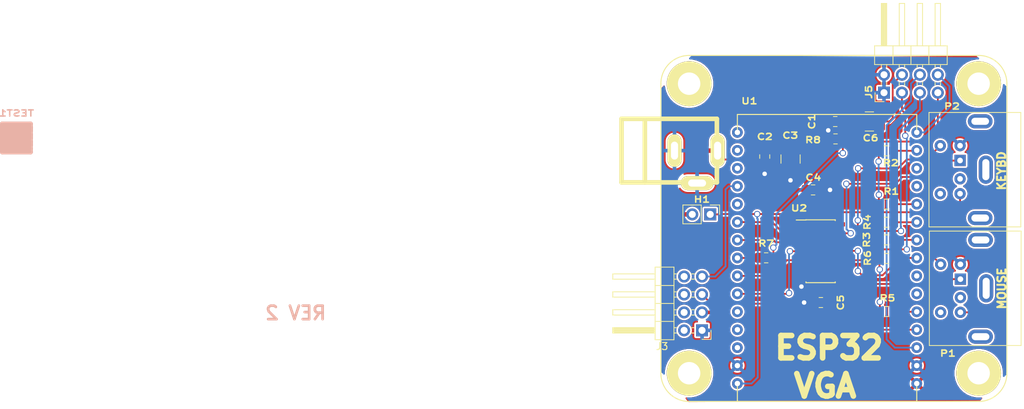
<source format=kicad_pcb>
(kicad_pcb (version 20171130) (host pcbnew "(5.1.5)-3")
  (title_block (title ESP32-VGA) (date 2020-02-19) (rev 2) (company land-boards.com))
  (layers (0 F.Cu signal) (31 B.Cu signal) (36 B.SilkS user hide) (37 F.SilkS user) (38 B.Mask user hide) (39 F.Mask user) (44 Edge.Cuts user))
  (net 0 "")
  (net 1 +5V)
  (net 2 GND)
  (net 3 +3V3)
  (net 4 /TX2)
  (net 5 "Net-(C1-Pad1)")
  (net 6 /HSYNC)
  (net 7 /VSYNC)
  (net 8 /REDHI)
  (net 9 /REDLO)
  (net 10 /GRNHI)
  (net 11 /GRNLO)
  (net 12 /BLUHI)
  (net 13 /BLULO)
  (net 14 /AUDIO)
  (net 15 /KBDAT)
  (net 16 /KBCLK)
  (net 17 /MSECLK)
  (net 18 /MSEDAT)
  (net 19 /RX2)
  (net 20 "Net-(C2-Pad1)")
  (net 21 "Net-(P1-Pad5)")
  (net 22 "Net-(P1-Pad1)")
  (net 23 "Net-(P2-Pad1)")
  (net 24 "Net-(P2-Pad5)")
  (net 25 /AOUT)
  (net 26 "Net-(J5-Pad3)")
  (net 27 "Net-(J5-Pad5)")
  (net 28 "Net-(J5-Pad7)")
  (module Package_SO:SOIC-14_3.9x8.7mm_P1.27mm (layer F.Cu) (at 132.3213 93.0783)
    (fp_text reference U2 (at -3.048 -6.096) (layer F.SilkS) (effects (font (size 0.8636 1.143) (thickness 0.254))))
    (fp_text value TXS0104EDR)
    (fp_line (start -2.075 -4.45) (end -2.075 -4.425) (layer F.SilkS) (width 0.15))
    (fp_line (start 2.075 -4.45) (end 2.075 -4.335) (layer F.SilkS) (width 0.15))
    (fp_line (start 2.075 4.45) (end 2.075 4.335) (layer F.SilkS) (width 0.15))
    (fp_line (start -2.075 4.45) (end -2.075 4.335) (layer F.SilkS) (width 0.15))
    (fp_line (start -2.075 -4.45) (end 2.075 -4.45) (layer F.SilkS) (width 0.15))
    (fp_line (start -2.075 4.45) (end 2.075 4.45) (layer F.SilkS) (width 0.15))
    (fp_line (start -2.075 -4.425) (end -3.45 -4.425) (layer F.SilkS) (width 0.15))
    (pad 1 smd rect (at -2.7 -3.81) (size 1.5 0.6) (layers F.Cu F.Paste F.Mask) (net 3 +3V3))
    (pad 2 smd rect (at -2.7 -2.54) (size 1.5 0.6) (layers F.Cu F.Paste F.Mask) (net 15 /KBDAT))
    (pad 3 smd rect (at -2.7 -1.27) (size 1.5 0.6) (layers F.Cu F.Paste F.Mask) (net 16 /KBCLK))
    (pad 4 smd rect (at -2.7 0) (size 1.5 0.6) (layers F.Cu F.Paste F.Mask) (net 18 /MSEDAT))
    (pad 5 smd rect (at -2.7 1.27) (size 1.5 0.6) (layers F.Cu F.Paste F.Mask) (net 17 /MSECLK))
    (pad 6 smd rect (at -2.7 2.54) (size 1.5 0.6) (layers F.Cu F.Paste F.Mask))
    (pad 7 smd rect (at -2.7 3.81) (size 1.5 0.6) (layers F.Cu F.Paste F.Mask) (net 2 GND))
    (pad 8 smd rect (at 2.7 3.81) (size 1.5 0.6) (layers F.Cu F.Paste F.Mask) (net 3 +3V3))
    (pad 9 smd rect (at 2.7 2.54) (size 1.5 0.6) (layers F.Cu F.Paste F.Mask))
    (pad 10 smd rect (at 2.7 1.27) (size 1.5 0.6) (layers F.Cu F.Paste F.Mask) (net 21 "Net-(P1-Pad5)"))
    (pad 11 smd rect (at 2.7 0) (size 1.5 0.6) (layers F.Cu F.Paste F.Mask) (net 22 "Net-(P1-Pad1)"))
    (pad 12 smd rect (at 2.7 -1.27) (size 1.5 0.6) (layers F.Cu F.Paste F.Mask) (net 24 "Net-(P2-Pad5)"))
    (pad 13 smd rect (at 2.7 -2.54) (size 1.5 0.6) (layers F.Cu F.Paste F.Mask) (net 23 "Net-(P2-Pad1)"))
    (pad 14 smd rect (at 2.7 -3.81) (size 1.5 0.6) (layers F.Cu F.Paste F.Mask) (net 1 +5V))
  )
  (module LandBoards_BoardOutlines:BD-49X49 (layer F.Cu) (at 109.7026 114.3508)
    (fp_text reference BRD1 hide)
    (fp_text value COUPON hide)
    (fp_line (start 4 0) (end 45 0) (layer F.SilkS) (width 0.15))
    (fp_line (start 0 -45) (end 0 -4) (layer F.SilkS) (width 0.15))
    (fp_line (start 45 -49) (end 4 -49) (layer F.SilkS) (width 0.15))
    (fp_line (start 49 -4) (end 49 -45) (layer F.SilkS) (width 0.15))
    (fp_arc (start 4 -4) (end 4 0) (angle 90) (layer F.SilkS) (width 0.15))
    (fp_arc (start 45 -4) (end 49 -4) (angle 90) (layer F.SilkS) (width 0.15))
    (fp_arc (start 45 -45) (end 45 -49) (angle 90) (layer F.SilkS) (width 0.15))
    (fp_arc (start 4 -45) (end 0 -45) (angle 90) (layer F.SilkS) (width 0.15))
    (pad 1 thru_hole circle (at 4 -45) (size 6.35 6.35) (drill 3.175) (layers *.Cu *.Mask F.SilkS))
    (pad 2 thru_hole circle (at 45 -45) (size 6.35 6.35) (drill 3.175) (layers *.Cu *.Mask F.SilkS))
    (pad 3 thru_hole circle (at 4 -4) (size 6.35 6.35) (drill 3.175) (layers *.Cu *.Mask F.SilkS))
    (pad 4 thru_hole circle (at 45 -4) (size 6.35 6.35) (drill 3.175) (layers *.Cu *.Mask F.SilkS))
  )
  (module Connector_PinHeader_2.54mm:PinHeader_2x04_P2.54mm_Horizontal (layer F.Cu) (at 141.3002 70.6247 90)
    (fp_text reference J5 (at 0.1016 -2.1463 90) (layer F.SilkS) (effects (font (size 0.8636 1.143) (thickness 0.254))))
    (fp_text value Conn_02x04_Odd_Even)
    (fp_line (start 3.98 -1.33) (end 3.98 8.95) (layer F.SilkS) (width 0.12))
    (fp_line (start 3.98 8.95) (end 6.64 8.95) (layer F.SilkS) (width 0.12))
    (fp_line (start 6.64 8.95) (end 6.64 -1.33) (layer F.SilkS) (width 0.12))
    (fp_line (start 6.64 -1.33) (end 3.98 -1.33) (layer F.SilkS) (width 0.12))
    (fp_line (start 6.64 -0.38) (end 12.64 -0.38) (layer F.SilkS) (width 0.12))
    (fp_line (start 12.64 -0.38) (end 12.64 0.38) (layer F.SilkS) (width 0.12))
    (fp_line (start 12.64 0.38) (end 6.64 0.38) (layer F.SilkS) (width 0.12))
    (fp_line (start 6.64 -0.32) (end 12.64 -0.32) (layer F.SilkS) (width 0.12))
    (fp_line (start 6.64 -0.2) (end 12.64 -0.2) (layer F.SilkS) (width 0.12))
    (fp_line (start 6.64 -0.08) (end 12.64 -0.08) (layer F.SilkS) (width 0.12))
    (fp_line (start 6.64 0.04) (end 12.64 0.04) (layer F.SilkS) (width 0.12))
    (fp_line (start 6.64 0.16) (end 12.64 0.16) (layer F.SilkS) (width 0.12))
    (fp_line (start 6.64 0.28) (end 12.64 0.28) (layer F.SilkS) (width 0.12))
    (fp_line (start 3.582929 -0.38) (end 3.98 -0.38) (layer F.SilkS) (width 0.12))
    (fp_line (start 3.582929 0.38) (end 3.98 0.38) (layer F.SilkS) (width 0.12))
    (fp_line (start 1.11 -0.38) (end 1.497071 -0.38) (layer F.SilkS) (width 0.12))
    (fp_line (start 1.11 0.38) (end 1.497071 0.38) (layer F.SilkS) (width 0.12))
    (fp_line (start 3.98 1.27) (end 6.64 1.27) (layer F.SilkS) (width 0.12))
    (fp_line (start 6.64 2.16) (end 12.64 2.16) (layer F.SilkS) (width 0.12))
    (fp_line (start 12.64 2.16) (end 12.64 2.92) (layer F.SilkS) (width 0.12))
    (fp_line (start 12.64 2.92) (end 6.64 2.92) (layer F.SilkS) (width 0.12))
    (fp_line (start 3.582929 2.16) (end 3.98 2.16) (layer F.SilkS) (width 0.12))
    (fp_line (start 3.582929 2.92) (end 3.98 2.92) (layer F.SilkS) (width 0.12))
    (fp_line (start 1.042929 2.16) (end 1.497071 2.16) (layer F.SilkS) (width 0.12))
    (fp_line (start 1.042929 2.92) (end 1.497071 2.92) (layer F.SilkS) (width 0.12))
    (fp_line (start 3.98 3.81) (end 6.64 3.81) (layer F.SilkS) (width 0.12))
    (fp_line (start 6.64 4.7) (end 12.64 4.7) (layer F.SilkS) (width 0.12))
    (fp_line (start 12.64 4.7) (end 12.64 5.46) (layer F.SilkS) (width 0.12))
    (fp_line (start 12.64 5.46) (end 6.64 5.46) (layer F.SilkS) (width 0.12))
    (fp_line (start 3.582929 4.7) (end 3.98 4.7) (layer F.SilkS) (width 0.12))
    (fp_line (start 3.582929 5.46) (end 3.98 5.46) (layer F.SilkS) (width 0.12))
    (fp_line (start 1.042929 4.7) (end 1.497071 4.7) (layer F.SilkS) (width 0.12))
    (fp_line (start 1.042929 5.46) (end 1.497071 5.46) (layer F.SilkS) (width 0.12))
    (fp_line (start 3.98 6.35) (end 6.64 6.35) (layer F.SilkS) (width 0.12))
    (fp_line (start 6.64 7.24) (end 12.64 7.24) (layer F.SilkS) (width 0.12))
    (fp_line (start 12.64 7.24) (end 12.64 8) (layer F.SilkS) (width 0.12))
    (fp_line (start 12.64 8) (end 6.64 8) (layer F.SilkS) (width 0.12))
    (fp_line (start 3.582929 7.24) (end 3.98 7.24) (layer F.SilkS) (width 0.12))
    (fp_line (start 3.582929 8) (end 3.98 8) (layer F.SilkS) (width 0.12))
    (fp_line (start 1.042929 7.24) (end 1.497071 7.24) (layer F.SilkS) (width 0.12))
    (fp_line (start 1.042929 8) (end 1.497071 8) (layer F.SilkS) (width 0.12))
    (fp_line (start -1.27 0) (end -1.27 -1.27) (layer F.SilkS) (width 0.12))
    (fp_line (start -1.27 -1.27) (end 0 -1.27) (layer F.SilkS) (width 0.12))
    (pad 1 thru_hole rect (at 0 0 90) (size 1.7 1.7) (drill 1) (layers *.Cu *.Mask) (net 2 GND))
    (pad 2 thru_hole oval (at 2.54 0 90) (size 1.7 1.7) (drill 1) (layers *.Cu *.Mask) (net 2 GND))
    (pad 3 thru_hole oval (at 0 2.54 90) (size 1.7 1.7) (drill 1) (layers *.Cu *.Mask) (net 26 "Net-(J5-Pad3)"))
    (pad 4 thru_hole oval (at 2.54 2.54 90) (size 1.7 1.7) (drill 1) (layers *.Cu *.Mask) (net 25 /AOUT))
    (pad 5 thru_hole oval (at 0 5.08 90) (size 1.7 1.7) (drill 1) (layers *.Cu *.Mask) (net 27 "Net-(J5-Pad5)"))
    (pad 6 thru_hole oval (at 2.54 5.08 90) (size 1.7 1.7) (drill 1) (layers *.Cu *.Mask) (net 7 /VSYNC))
    (pad 7 thru_hole oval (at 0 7.62 90) (size 1.7 1.7) (drill 1) (layers *.Cu *.Mask) (net 28 "Net-(J5-Pad7)"))
    (pad 8 thru_hole oval (at 2.54 7.62 90) (size 1.7 1.7) (drill 1) (layers *.Cu *.Mask) (net 6 /HSYNC))
  )
  (module Resistor_SMD:R_0805_2012Metric_Pad1.15x1.40mm_HandSolder (layer F.Cu) (at 124.6124 94.0054 180)
    (fp_text reference R7 (at 0 2.032 180) (layer F.SilkS) (effects (font (size 0.8636 1.143) (thickness 0.254))))
    (fp_text value 270)
    (fp_line (start -0.261252 -0.71) (end 0.261252 -0.71) (layer F.SilkS) (width 0.12))
    (fp_line (start -0.261252 0.71) (end 0.261252 0.71) (layer F.SilkS) (width 0.12))
    (pad 1 smd roundrect (at -1.025 0 180) (size 1.15 1.4) (layers F.Cu F.Paste F.Mask) (roundrect_rratio 0.217391) (net 5 "Net-(C1-Pad1)"))
    (pad 2 smd roundrect (at 1.025 0 180) (size 1.15 1.4) (layers F.Cu F.Paste F.Mask) (roundrect_rratio 0.217391) (net 14 /AUDIO))
  )
  (module LandBoards_BoardOutlines:ESP32_EXP (layer F.Cu) (at 133.2357 111.8108 180)
    (fp_text reference U1 (at 11 40 180) (layer F.SilkS) (effects (font (size 0.8636 1.143) (thickness 0.254))))
    (fp_text value "ESP32 MODULE")
    (fp_line (start -12.7 -2.54) (end 12.7 -2.54) (layer F.SilkS) (width 0.15))
    (fp_line (start 12.7 -2.54) (end 12.7 0) (layer F.SilkS) (width 0.15))
    (fp_line (start -12.7 -2.54) (end -12.7 0) (layer F.SilkS) (width 0.15))
    (fp_line (start -12.7 35.56) (end -12.7 38.1) (layer F.SilkS) (width 0.15))
    (fp_line (start -12.7 38.1) (end 12.7 38.1) (layer F.SilkS) (width 0.15))
    (fp_line (start 12.7 38.1) (end 12.7 35.56) (layer F.SilkS) (width 0.15))
    (pad 1 thru_hole circle (at -12.7 0 180) (size 1.524 1.524) (drill 0.762) (layers *.Cu *.Mask) (net 3 +3V3))
    (pad 2 thru_hole circle (at -12.7 2.54 180) (size 1.524 1.524) (drill 0.762) (layers *.Cu *.Mask) (net 2 GND))
    (pad 3 thru_hole circle (at -12.7 5.08 180) (size 1.524 1.524) (drill 0.762) (layers *.Cu *.Mask) (net 7 /VSYNC))
    (pad 4 thru_hole circle (at -12.7 7.62 180) (size 1.524 1.524) (drill 0.762) (layers *.Cu *.Mask) (net 4 /TX2))
    (pad 5 thru_hole circle (at -12.7 10.16 180) (size 1.524 1.524) (drill 0.762) (layers *.Cu *.Mask) (net 12 /BLUHI))
    (pad 6 thru_hole circle (at -12.7 12.7 180) (size 1.524 1.524) (drill 0.762) (layers *.Cu *.Mask))
    (pad 7 thru_hole circle (at -12.7 15.24 180) (size 1.524 1.524) (drill 0.762) (layers *.Cu *.Mask))
    (pad 8 thru_hole circle (at -12.7 17.78 180) (size 1.524 1.524) (drill 0.762) (layers *.Cu *.Mask) (net 13 /BLULO))
    (pad 9 thru_hole circle (at -12.7 20.32 180) (size 1.524 1.524) (drill 0.762) (layers *.Cu *.Mask) (net 10 /GRNHI))
    (pad 10 thru_hole circle (at -12.7 22.86 180) (size 1.524 1.524) (drill 0.762) (layers *.Cu *.Mask) (net 11 /GRNLO))
    (pad 11 thru_hole circle (at -12.7 25.4 180) (size 1.524 1.524) (drill 0.762) (layers *.Cu *.Mask) (net 8 /REDHI))
    (pad 12 thru_hole circle (at -12.7 27.94 180) (size 1.524 1.524) (drill 0.762) (layers *.Cu *.Mask))
    (pad 13 thru_hole circle (at -12.7 30.48 180) (size 1.524 1.524) (drill 0.762) (layers *.Cu *.Mask))
    (pad 14 thru_hole circle (at -12.7 33.02 180) (size 1.524 1.524) (drill 0.762) (layers *.Cu *.Mask) (net 9 /REDLO))
    (pad 15 thru_hole circle (at -12.7 35.56 180) (size 1.524 1.524) (drill 0.762) (layers *.Cu *.Mask) (net 6 /HSYNC))
    (pad 16 thru_hole circle (at 12.7 35.56 180) (size 1.524 1.524) (drill 0.762) (layers *.Cu *.Mask))
    (pad 17 thru_hole circle (at 12.7 33.02 180) (size 1.524 1.524) (drill 0.762) (layers *.Cu *.Mask))
    (pad 18 thru_hole circle (at 12.7 30.48 180) (size 1.524 1.524) (drill 0.762) (layers *.Cu *.Mask))
    (pad 19 thru_hole circle (at 12.7 27.94 180) (size 1.524 1.524) (drill 0.762) (layers *.Cu *.Mask) (net 19 /RX2))
    (pad 20 thru_hole circle (at 12.7 25.4 180) (size 1.524 1.524) (drill 0.762) (layers *.Cu *.Mask))
    (pad 21 thru_hole circle (at 12.7 22.86 180) (size 1.524 1.524) (drill 0.762) (layers *.Cu *.Mask) (net 15 /KBDAT))
    (pad 22 thru_hole circle (at 12.7 20.32 180) (size 1.524 1.524) (drill 0.762) (layers *.Cu *.Mask) (net 16 /KBCLK))
    (pad 23 thru_hole circle (at 12.7 17.78 180) (size 1.524 1.524) (drill 0.762) (layers *.Cu *.Mask) (net 14 /AUDIO))
    (pad 24 thru_hole circle (at 12.7 15.24 180) (size 1.524 1.524) (drill 0.762) (layers *.Cu *.Mask) (net 17 /MSECLK))
    (pad 25 thru_hole circle (at 12.7 12.7 180) (size 1.524 1.524) (drill 0.762) (layers *.Cu *.Mask) (net 18 /MSEDAT))
    (pad 26 thru_hole circle (at 12.7 10.16 180) (size 1.524 1.524) (drill 0.762) (layers *.Cu *.Mask))
    (pad 27 thru_hole circle (at 12.7 7.62 180) (size 1.524 1.524) (drill 0.762) (layers *.Cu *.Mask))
    (pad 28 thru_hole circle (at 12.7 5.08 180) (size 1.524 1.524) (drill 0.762) (layers *.Cu *.Mask))
    (pad 29 thru_hole circle (at 12.7 2.54 180) (size 1.524 1.524) (drill 0.762) (layers *.Cu *.Mask) (net 2 GND))
    (pad 30 thru_hole circle (at 12.7 0 180) (size 1.524 1.524) (drill 0.762) (layers *.Cu *.Mask) (net 1 +5V))
  )
  (module Resistor_SMD:R_0805_2012Metric_Pad1.15x1.40mm_HandSolder (layer F.Cu) (at 141.5923 86.4108)
    (fp_text reference R1 (at 0.7366 -1.8034 180) (layer F.SilkS) (effects (font (size 0.8636 1.143) (thickness 0.254))))
    (fp_text value 422)
    (fp_line (start -0.261252 -0.71) (end 0.261252 -0.71) (layer F.SilkS) (width 0.12))
    (fp_line (start -0.261252 0.71) (end 0.261252 0.71) (layer F.SilkS) (width 0.12))
    (pad 1 smd roundrect (at -1.025 0) (size 1.15 1.4) (layers F.Cu F.Paste F.Mask) (roundrect_rratio 0.217391) (net 28 "Net-(J5-Pad7)"))
    (pad 2 smd roundrect (at 1.025 0) (size 1.15 1.4) (layers F.Cu F.Paste F.Mask) (roundrect_rratio 0.217391) (net 8 /REDHI))
  )
  (module Resistor_SMD:R_0805_2012Metric_Pad1.15x1.40mm_HandSolder (layer F.Cu) (at 141.5796 78.8543)
    (fp_text reference R2 (at 0.6731 1.7272 180) (layer F.SilkS) (effects (font (size 0.8636 1.143) (thickness 0.254))))
    (fp_text value 845)
    (fp_line (start -0.261252 0.71) (end 0.261252 0.71) (layer F.SilkS) (width 0.12))
    (fp_line (start -0.261252 -0.71) (end 0.261252 -0.71) (layer F.SilkS) (width 0.12))
    (pad 2 smd roundrect (at 1.025 0) (size 1.15 1.4) (layers F.Cu F.Paste F.Mask) (roundrect_rratio 0.217391) (net 9 /REDLO))
    (pad 1 smd roundrect (at -1.025 0) (size 1.15 1.4) (layers F.Cu F.Paste F.Mask) (roundrect_rratio 0.217391) (net 28 "Net-(J5-Pad7)"))
  )
  (module Resistor_SMD:R_0805_2012Metric_Pad1.15x1.40mm_HandSolder (layer F.Cu) (at 141.5923 91.4654)
    (fp_text reference R3 (at -2.7432 0 270) (layer F.SilkS) (effects (font (size 0.8636 1.143) (thickness 0.254))))
    (fp_text value 422)
    (fp_line (start -0.261252 -0.71) (end 0.261252 -0.71) (layer F.SilkS) (width 0.12))
    (fp_line (start -0.261252 0.71) (end 0.261252 0.71) (layer F.SilkS) (width 0.12))
    (pad 1 smd roundrect (at -1.025 0) (size 1.15 1.4) (layers F.Cu F.Paste F.Mask) (roundrect_rratio 0.217391) (net 27 "Net-(J5-Pad5)"))
    (pad 2 smd roundrect (at 1.025 0) (size 1.15 1.4) (layers F.Cu F.Paste F.Mask) (roundrect_rratio 0.217391) (net 10 /GRNHI))
  )
  (module Resistor_SMD:R_0805_2012Metric_Pad1.15x1.40mm_HandSolder (layer F.Cu) (at 141.5923 88.9762)
    (fp_text reference R4 (at -2.6543 -0.0127 270) (layer F.SilkS) (effects (font (size 0.8636 1.143) (thickness 0.254))))
    (fp_text value 845)
    (fp_line (start -0.261252 0.71) (end 0.261252 0.71) (layer F.SilkS) (width 0.12))
    (fp_line (start -0.261252 -0.71) (end 0.261252 -0.71) (layer F.SilkS) (width 0.12))
    (pad 2 smd roundrect (at 1.025 0) (size 1.15 1.4) (layers F.Cu F.Paste F.Mask) (roundrect_rratio 0.217391) (net 11 /GRNLO))
    (pad 1 smd roundrect (at -1.025 0) (size 1.15 1.4) (layers F.Cu F.Paste F.Mask) (roundrect_rratio 0.217391) (net 27 "Net-(J5-Pad5)"))
  )
  (module Resistor_SMD:R_0805_2012Metric_Pad1.15x1.40mm_HandSolder (layer F.Cu) (at 141.6939 101.6127)
    (fp_text reference R5 (at 0.0889 -1.8923 180) (layer F.SilkS) (effects (font (size 0.8636 1.143) (thickness 0.254))))
    (fp_text value 422)
    (fp_line (start -0.261252 0.71) (end 0.261252 0.71) (layer F.SilkS) (width 0.12))
    (fp_line (start -0.261252 -0.71) (end 0.261252 -0.71) (layer F.SilkS) (width 0.12))
    (pad 2 smd roundrect (at 1.025 0) (size 1.15 1.4) (layers F.Cu F.Paste F.Mask) (roundrect_rratio 0.217391) (net 12 /BLUHI))
    (pad 1 smd roundrect (at -1.025 0) (size 1.15 1.4) (layers F.Cu F.Paste F.Mask) (roundrect_rratio 0.217391) (net 26 "Net-(J5-Pad3)"))
  )
  (module Resistor_SMD:R_0805_2012Metric_Pad1.15x1.40mm_HandSolder (layer F.Cu) (at 141.6812 94.107)
    (fp_text reference R6 (at -2.7051 -0.0635 270) (layer F.SilkS) (effects (font (size 0.8636 1.143) (thickness 0.254))))
    (fp_text value 845)
    (fp_line (start -0.261252 -0.71) (end 0.261252 -0.71) (layer F.SilkS) (width 0.12))
    (fp_line (start -0.261252 0.71) (end 0.261252 0.71) (layer F.SilkS) (width 0.12))
    (pad 1 smd roundrect (at -1.025 0) (size 1.15 1.4) (layers F.Cu F.Paste F.Mask) (roundrect_rratio 0.217391) (net 26 "Net-(J5-Pad3)"))
    (pad 2 smd roundrect (at 1.025 0) (size 1.15 1.4) (layers F.Cu F.Paste F.Mask) (roundrect_rratio 0.217391) (net 13 /BLULO))
  )
  (module Resistor_SMD:R_0805_2012Metric_Pad1.15x1.40mm_HandSolder (layer F.Cu) (at 134.4295 77.1652)
    (fp_text reference R8 (at -3.1877 0.1524) (layer F.SilkS) (effects (font (size 0.8636 1.143) (thickness 0.254))))
    (fp_text value 150)
    (fp_line (start -0.261252 0.71) (end 0.261252 0.71) (layer F.SilkS) (width 0.12))
    (fp_line (start -0.261252 -0.71) (end 0.261252 -0.71) (layer F.SilkS) (width 0.12))
    (pad 2 smd roundrect (at 1.025 0) (size 1.15 1.4) (layers F.Cu F.Paste F.Mask) (roundrect_rratio 0.217391) (net 5 "Net-(C1-Pad1)"))
    (pad 1 smd roundrect (at -1.025 0) (size 1.15 1.4) (layers F.Cu F.Paste F.Mask) (roundrect_rratio 0.217391) (net 2 GND))
  )
  (module LandBoards_Marking:TEST_BLK-REAR (layer F.Cu) (at 18.4404 77.0382)
    (fp_text reference TEST1 (at 0 -3.5) (layer B.SilkS) (effects (font (size 0.8636 1.143) (thickness 0.254)) (justify mirror)))
    (fp_text value COUPON hide)
    (fp_line (start -2 -2) (end 2 -2) (layer B.SilkS) (width 0.65))
    (fp_line (start 2 -2) (end 2 2) (layer B.SilkS) (width 0.65))
    (fp_line (start 2 2) (end -2 2) (layer B.SilkS) (width 0.65))
    (fp_line (start -2 2) (end -2 -2) (layer B.SilkS) (width 0.65))
    (fp_line (start -2 -2) (end -2 -1.5) (layer B.SilkS) (width 0.65))
    (fp_line (start -2 -1.5) (end 2 -1.5) (layer B.SilkS) (width 0.65))
    (fp_line (start 2 -1.5) (end 2 -1) (layer B.SilkS) (width 0.65))
    (fp_line (start 2 -1) (end -2 -1) (layer B.SilkS) (width 0.65))
    (fp_line (start -2 -1) (end -2 -0.5) (layer B.SilkS) (width 0.65))
    (fp_line (start -2 -0.5) (end 2 -0.5) (layer B.SilkS) (width 0.65))
    (fp_line (start 2 -0.5) (end 2 0) (layer B.SilkS) (width 0.65))
    (fp_line (start 2 0) (end -2 0) (layer B.SilkS) (width 0.65))
    (fp_line (start -2 0) (end -2 0.5) (layer B.SilkS) (width 0.65))
    (fp_line (start -2 0.5) (end 1.5 0.5) (layer B.SilkS) (width 0.65))
    (fp_line (start 1.5 0.5) (end 2 0.5) (layer B.SilkS) (width 0.65))
    (fp_line (start 2 0.5) (end 2 1) (layer B.SilkS) (width 0.65))
    (fp_line (start 2 1) (end -2 1) (layer B.SilkS) (width 0.65))
    (fp_line (start -2 1) (end -2 1.5) (layer B.SilkS) (width 0.65))
    (fp_line (start -2 1.5) (end 2 1.5) (layer B.SilkS) (width 0.65))
  )
  (module LandBoards_Conns:Connector_Mini-DIN_Female_6Pin_2rows (layer F.Cu) (at 152.0698 80.2259 90)
    (fp_text reference P2 (at 7.6708 -1.143 180) (layer F.SilkS) (effects (font (size 0.8636 1.143) (thickness 0.254))))
    (fp_text value "MINI-DIN6, PS2 (PURP)")
    (fp_line (start 6.8 -4.4) (end 6.8 8.6) (layer F.SilkS) (width 0.12))
    (fp_line (start -9.4 -4.4) (end -9.4 8.6) (layer F.SilkS) (width 0.12))
    (fp_line (start -9.4 -4.4) (end 6.8 -4.4) (layer F.SilkS) (width 0.12))
    (fp_line (start -9.4 8.6) (end 6.8 8.6) (layer F.SilkS) (width 0.12))
    (pad 7 thru_hole oval (at -8.15 2.85 90) (size 2 3.5) (drill oval 1 2.5) (layers *.Cu *.Mask))
    (pad 7 thru_hole oval (at 5.55 2.85 90) (size 2 3.5) (drill oval 1 2.5) (layers *.Cu *.Mask))
    (pad 1 thru_hole rect (at 0 0 90) (size 1.6 1.6) (drill 0.8) (layers *.Cu *.Mask) (net 23 "Net-(P2-Pad1)"))
    (pad 2 thru_hole circle (at -2.6 0 90) (size 1.6 1.6) (drill 0.8) (layers *.Cu *.Mask))
    (pad 3 thru_hole circle (at 2.1 0 90) (size 1.6 1.6) (drill 0.8) (layers *.Cu *.Mask) (net 2 GND))
    (pad 4 thru_hole circle (at -4.7 0 90) (size 1.6 1.6) (drill 0.8) (layers *.Cu *.Mask) (net 1 +5V))
    (pad 5 thru_hole circle (at 2.1 -2.8 90) (size 1.6 1.6) (drill 0.8) (layers *.Cu *.Mask) (net 24 "Net-(P2-Pad5)"))
    (pad 6 thru_hole circle (at -4.7 -2.8 90) (size 1.6 1.6) (drill 0.8) (layers *.Cu *.Mask))
    (pad 7 thru_hole oval (at -1.3 3.65 90) (size 4 2) (drill oval 3 1) (layers *.Cu *.Mask))
  )
  (module LandBoards_Conns:Connector_Mini-DIN_Female_6Pin_2rows (layer F.Cu) (at 152.1206 97.028 90)
    (fp_text reference P1 (at -10.5156 -1.778 180) (layer F.SilkS) (effects (font (size 0.8636 1.143) (thickness 0.254))))
    (fp_text value "MINI-DIN6, PS2 (GRN)")
    (fp_line (start -9.4 8.6) (end 6.8 8.6) (layer F.SilkS) (width 0.12))
    (fp_line (start -9.4 -4.4) (end 6.8 -4.4) (layer F.SilkS) (width 0.12))
    (fp_line (start -9.4 -4.4) (end -9.4 8.6) (layer F.SilkS) (width 0.12))
    (fp_line (start 6.8 -4.4) (end 6.8 8.6) (layer F.SilkS) (width 0.12))
    (pad 7 thru_hole oval (at -1.3 3.65 90) (size 4 2) (drill oval 3 1) (layers *.Cu *.Mask))
    (pad 6 thru_hole circle (at -4.7 -2.8 90) (size 1.6 1.6) (drill 0.8) (layers *.Cu *.Mask))
    (pad 5 thru_hole circle (at 2.1 -2.8 90) (size 1.6 1.6) (drill 0.8) (layers *.Cu *.Mask) (net 21 "Net-(P1-Pad5)"))
    (pad 4 thru_hole circle (at -4.7 0 90) (size 1.6 1.6) (drill 0.8) (layers *.Cu *.Mask) (net 1 +5V))
    (pad 3 thru_hole circle (at 2.1 0 90) (size 1.6 1.6) (drill 0.8) (layers *.Cu *.Mask) (net 2 GND))
    (pad 2 thru_hole circle (at -2.6 0 90) (size 1.6 1.6) (drill 0.8) (layers *.Cu *.Mask))
    (pad 1 thru_hole rect (at 0 0 90) (size 1.6 1.6) (drill 0.8) (layers *.Cu *.Mask) (net 22 "Net-(P1-Pad1)"))
    (pad 7 thru_hole oval (at 5.55 2.85 90) (size 2 3.5) (drill oval 1 2.5) (layers *.Cu *.Mask))
    (pad 7 thru_hole oval (at -8.15 2.85 90) (size 2 3.5) (drill oval 1 2.5) (layers *.Cu *.Mask))
  )
  (module Capacitor_SMD:C_0805_2012Metric_Pad1.15x1.40mm_HandSolder (layer F.Cu) (at 134.3914 74.7141 180)
    (fp_text reference C1 (at 3.302 0 90) (layer F.SilkS) (effects (font (size 0.8636 1.143) (thickness 0.254))))
    (fp_text value 0.1uF)
    (fp_line (start -0.261252 -0.71) (end 0.261252 -0.71) (layer F.SilkS) (width 0.12))
    (fp_line (start -0.261252 0.71) (end 0.261252 0.71) (layer F.SilkS) (width 0.12))
    (pad 1 smd roundrect (at -1.025 0 180) (size 1.15 1.4) (layers F.Cu F.Paste F.Mask) (roundrect_rratio 0.217391) (net 5 "Net-(C1-Pad1)"))
    (pad 2 smd roundrect (at 1.025 0 180) (size 1.15 1.4) (layers F.Cu F.Paste F.Mask) (roundrect_rratio 0.217391) (net 2 GND))
  )
  (module Capacitor_SMD:C_0805_2012Metric_Pad1.15x1.40mm_HandSolder (layer F.Cu) (at 131.2545 84.3915)
    (fp_text reference C4 (at 0.0381 -1.7526 -180) (layer F.SilkS) (effects (font (size 0.8636 1.143) (thickness 0.254))))
    (fp_text value 0.1uF)
    (fp_line (start -0.261252 -0.71) (end 0.261252 -0.71) (layer F.SilkS) (width 0.12))
    (fp_line (start -0.261252 0.71) (end 0.261252 0.71) (layer F.SilkS) (width 0.12))
    (pad 1 smd roundrect (at -1.025 0) (size 1.15 1.4) (layers F.Cu F.Paste F.Mask) (roundrect_rratio 0.217391) (net 3 +3V3))
    (pad 2 smd roundrect (at 1.025 0) (size 1.15 1.4) (layers F.Cu F.Paste F.Mask) (roundrect_rratio 0.217391) (net 2 GND))
  )
  (module Capacitor_SMD:C_0805_2012Metric_Pad1.15x1.40mm_HandSolder (layer F.Cu) (at 132.3594 100.3427 180)
    (fp_text reference C5 (at -2.794 0 90) (layer F.SilkS) (effects (font (size 0.8636 1.143) (thickness 0.254))))
    (fp_text value 0.1uF)
    (fp_line (start -0.261252 0.71) (end 0.261252 0.71) (layer F.SilkS) (width 0.12))
    (fp_line (start -0.261252 -0.71) (end 0.261252 -0.71) (layer F.SilkS) (width 0.12))
    (pad 2 smd roundrect (at 1.025 0 180) (size 1.15 1.4) (layers F.Cu F.Paste F.Mask) (roundrect_rratio 0.217391) (net 2 GND))
    (pad 1 smd roundrect (at -1.025 0 180) (size 1.15 1.4) (layers F.Cu F.Paste F.Mask) (roundrect_rratio 0.217391) (net 3 +3V3))
  )
  (module Capacitor_SMD:C_0805_2012Metric_Pad1.15x1.40mm_HandSolder (layer F.Cu) (at 124.4092 79.6671 270)
    (fp_text reference C2 (at -2.8067 -0.0127 180) (layer F.SilkS) (effects (font (size 0.8636 1.143) (thickness 0.254))))
    (fp_text value 0.1uF)
    (fp_line (start -0.261252 -0.71) (end 0.261252 -0.71) (layer F.SilkS) (width 0.12))
    (fp_line (start -0.261252 0.71) (end 0.261252 0.71) (layer F.SilkS) (width 0.12))
    (pad 1 smd roundrect (at -1.025 0 270) (size 1.15 1.4) (layers F.Cu F.Paste F.Mask) (roundrect_rratio 0.217391) (net 20 "Net-(C2-Pad1)"))
    (pad 2 smd roundrect (at 1.025 0 270) (size 1.15 1.4) (layers F.Cu F.Paste F.Mask) (roundrect_rratio 0.217391) (net 2 GND))
  )
  (module Capacitor_SMD:C_1210_3225Metric_Pad1.42x2.65mm_HandSolder (layer F.Cu) (at 128.0668 80.0227 270)
    (fp_text reference C3 (at -3.3401 0.0381 180) (layer F.SilkS) (effects (font (size 0.8636 1.143) (thickness 0.254))))
    (fp_text value 10uF)
    (fp_line (start -0.602064 1.36) (end 0.602064 1.36) (layer F.SilkS) (width 0.12))
    (fp_line (start -0.602064 -1.36) (end 0.602064 -1.36) (layer F.SilkS) (width 0.12))
    (pad 2 smd roundrect (at 1.4875 0 270) (size 1.425 2.65) (layers F.Cu F.Paste F.Mask) (roundrect_rratio 0.175439) (net 2 GND))
    (pad 1 smd roundrect (at -1.4875 0 270) (size 1.425 2.65) (layers F.Cu F.Paste F.Mask) (roundrect_rratio 0.175439) (net 20 "Net-(C2-Pad1)"))
  )
  (module Capacitor_SMD:C_1210_3225Metric_Pad1.42x2.65mm_HandSolder (layer F.Cu) (at 139.2301 74.7014)
    (fp_text reference C6 (at 0.1651 2.3495) (layer F.SilkS) (effects (font (size 0.8636 1.143) (thickness 0.254))))
    (fp_text value 10uF)
    (fp_line (start -0.602064 -1.36) (end 0.602064 -1.36) (layer F.SilkS) (width 0.12))
    (fp_line (start -0.602064 1.36) (end 0.602064 1.36) (layer F.SilkS) (width 0.12))
    (pad 1 smd roundrect (at -1.4875 0) (size 1.425 2.65) (layers F.Cu F.Paste F.Mask) (roundrect_rratio 0.175439) (net 5 "Net-(C1-Pad1)"))
    (pad 2 smd roundrect (at 1.4875 0) (size 1.425 2.65) (layers F.Cu F.Paste F.Mask) (roundrect_rratio 0.175439) (net 25 /AOUT))
  )
  (module Connector_PinHeader_2.54mm:PinHeader_1x02_P2.54mm_Vertical (layer F.Cu) (at 116.6876 87.8586 270)
    (fp_text reference H1 (at -2.1209 1.1811 180) (layer F.SilkS) (effects (font (size 0.8636 1.143) (thickness 0.254))))
    (fp_text value Conn_01x02)
    (fp_line (start -1.33 3.87) (end 1.33 3.87) (layer F.SilkS) (width 0.12))
    (fp_line (start -1.33 1.27) (end -1.33 3.87) (layer F.SilkS) (width 0.12))
    (fp_line (start 1.33 1.27) (end 1.33 3.87) (layer F.SilkS) (width 0.12))
    (fp_line (start -1.33 1.27) (end 1.33 1.27) (layer F.SilkS) (width 0.12))
    (fp_line (start -1.33 0) (end -1.33 -1.33) (layer F.SilkS) (width 0.12))
    (fp_line (start -1.33 -1.33) (end 0 -1.33) (layer F.SilkS) (width 0.12))
    (pad 1 thru_hole rect (at 0 0 270) (size 1.7 1.7) (drill 1) (layers *.Cu *.Mask) (net 1 +5V))
    (pad 2 thru_hole oval (at 0 2.54 270) (size 1.7 1.7) (drill 1) (layers *.Cu *.Mask) (net 20 "Net-(C2-Pad1)"))
  )
  (module LandBoards_Conns:DCJ-NEW-Slotted (layer F.Cu) (at 111.633 78.8289)
    (fp_text reference J1 hide)
    (fp_text value DCJ0202 hide)
    (fp_line (start -4.2 4.5) (end -4.2 -4.5) (layer F.SilkS) (width 0.65))
    (fp_line (start -7.5 -4.5) (end -7.5 4.5) (layer F.SilkS) (width 0.65))
    (fp_line (start -7.5 -4.5) (end 6 -4.5) (layer F.SilkS) (width 0.65))
    (fp_line (start 6 -4.5) (end 6 4.5) (layer F.SilkS) (width 0.65))
    (fp_line (start -7.5 4.5) (end 6 4.5) (layer F.SilkS) (width 0.65))
    (pad 2 thru_hole oval (at 0 0) (size 2 4.6) (drill oval 1 2.54) (layers *.Cu *.Mask F.SilkS) (net 2 GND))
    (pad 1 thru_hole oval (at 6.1 0) (size 2 4.6) (drill oval 1 2.54) (layers *.Cu *.Mask F.SilkS) (net 20 "Net-(C2-Pad1)"))
    (pad 3 thru_hole oval (at 3.2 4.6) (size 4.6 2) (drill oval 2.54 1) (layers *.Cu *.Mask F.SilkS) (net 2 GND))
  )
  (module Connector_PinHeader_2.54mm:PinHeader_2x04_P2.54mm_Horizontal (layer F.Cu) (at 115.5319 104.2797 180)
    (fp_text reference J3 (at 5.655 -2.27) (layer F.SilkS))
    (fp_text value "Header, Vert, 2x4")
    (fp_line (start 3.98 -1.33) (end 3.98 8.95) (layer F.SilkS) (width 0.12))
    (fp_line (start 3.98 8.95) (end 6.64 8.95) (layer F.SilkS) (width 0.12))
    (fp_line (start 6.64 8.95) (end 6.64 -1.33) (layer F.SilkS) (width 0.12))
    (fp_line (start 6.64 -1.33) (end 3.98 -1.33) (layer F.SilkS) (width 0.12))
    (fp_line (start 6.64 -0.38) (end 12.64 -0.38) (layer F.SilkS) (width 0.12))
    (fp_line (start 12.64 -0.38) (end 12.64 0.38) (layer F.SilkS) (width 0.12))
    (fp_line (start 12.64 0.38) (end 6.64 0.38) (layer F.SilkS) (width 0.12))
    (fp_line (start 6.64 -0.32) (end 12.64 -0.32) (layer F.SilkS) (width 0.12))
    (fp_line (start 6.64 -0.2) (end 12.64 -0.2) (layer F.SilkS) (width 0.12))
    (fp_line (start 6.64 -0.08) (end 12.64 -0.08) (layer F.SilkS) (width 0.12))
    (fp_line (start 6.64 0.04) (end 12.64 0.04) (layer F.SilkS) (width 0.12))
    (fp_line (start 6.64 0.16) (end 12.64 0.16) (layer F.SilkS) (width 0.12))
    (fp_line (start 6.64 0.28) (end 12.64 0.28) (layer F.SilkS) (width 0.12))
    (fp_line (start 3.582929 -0.38) (end 3.98 -0.38) (layer F.SilkS) (width 0.12))
    (fp_line (start 3.582929 0.38) (end 3.98 0.38) (layer F.SilkS) (width 0.12))
    (fp_line (start 1.11 -0.38) (end 1.497071 -0.38) (layer F.SilkS) (width 0.12))
    (fp_line (start 1.11 0.38) (end 1.497071 0.38) (layer F.SilkS) (width 0.12))
    (fp_line (start 3.98 1.27) (end 6.64 1.27) (layer F.SilkS) (width 0.12))
    (fp_line (start 6.64 2.16) (end 12.64 2.16) (layer F.SilkS) (width 0.12))
    (fp_line (start 12.64 2.16) (end 12.64 2.92) (layer F.SilkS) (width 0.12))
    (fp_line (start 12.64 2.92) (end 6.64 2.92) (layer F.SilkS) (width 0.12))
    (fp_line (start 3.582929 2.16) (end 3.98 2.16) (layer F.SilkS) (width 0.12))
    (fp_line (start 3.582929 2.92) (end 3.98 2.92) (layer F.SilkS) (width 0.12))
    (fp_line (start 1.042929 2.16) (end 1.497071 2.16) (layer F.SilkS) (width 0.12))
    (fp_line (start 1.042929 2.92) (end 1.497071 2.92) (layer F.SilkS) (width 0.12))
    (fp_line (start 3.98 3.81) (end 6.64 3.81) (layer F.SilkS) (width 0.12))
    (fp_line (start 6.64 4.7) (end 12.64 4.7) (layer F.SilkS) (width 0.12))
    (fp_line (start 12.64 4.7) (end 12.64 5.46) (layer F.SilkS) (width 0.12))
    (fp_line (start 12.64 5.46) (end 6.64 5.46) (layer F.SilkS) (width 0.12))
    (fp_line (start 3.582929 4.7) (end 3.98 4.7) (layer F.SilkS) (width 0.12))
    (fp_line (start 3.582929 5.46) (end 3.98 5.46) (layer F.SilkS) (width 0.12))
    (fp_line (start 1.042929 4.7) (end 1.497071 4.7) (layer F.SilkS) (width 0.12))
    (fp_line (start 1.042929 5.46) (end 1.497071 5.46) (layer F.SilkS) (width 0.12))
    (fp_line (start 3.98 6.35) (end 6.64 6.35) (layer F.SilkS) (width 0.12))
    (fp_line (start 6.64 7.24) (end 12.64 7.24) (layer F.SilkS) (width 0.12))
    (fp_line (start 12.64 7.24) (end 12.64 8) (layer F.SilkS) (width 0.12))
    (fp_line (start 12.64 8) (end 6.64 8) (layer F.SilkS) (width 0.12))
    (fp_line (start 3.582929 7.24) (end 3.98 7.24) (layer F.SilkS) (width 0.12))
    (fp_line (start 3.582929 8) (end 3.98 8) (layer F.SilkS) (width 0.12))
    (fp_line (start 1.042929 7.24) (end 1.497071 7.24) (layer F.SilkS) (width 0.12))
    (fp_line (start 1.042929 8) (end 1.497071 8) (layer F.SilkS) (width 0.12))
    (fp_line (start -1.27 0) (end -1.27 -1.27) (layer F.SilkS) (width 0.12))
    (fp_line (start -1.27 -1.27) (end 0 -1.27) (layer F.SilkS) (width 0.12))
    (pad 1 thru_hole rect (at 0 0 180) (size 1.7 1.7) (drill 1) (layers *.Cu *.Mask) (net 2 GND))
    (pad 2 thru_hole oval (at 2.54 0 180) (size 1.7 1.7) (drill 1) (layers *.Cu *.Mask))
    (pad 3 thru_hole oval (at 0 2.54 180) (size 1.7 1.7) (drill 1) (layers *.Cu *.Mask) (net 3 +3V3))
    (pad 4 thru_hole oval (at 2.54 2.54 180) (size 1.7 1.7) (drill 1) (layers *.Cu *.Mask))
    (pad 5 thru_hole oval (at 0 5.08 180) (size 1.7 1.7) (drill 1) (layers *.Cu *.Mask) (net 4 /TX2))
    (pad 6 thru_hole oval (at 2.54 5.08 180) (size 1.7 1.7) (drill 1) (layers *.Cu *.Mask))
    (pad 7 thru_hole oval (at 0 7.62 180) (size 1.7 1.7) (drill 1) (layers *.Cu *.Mask) (net 19 /RX2))
    (pad 8 thru_hole oval (at 2.54 7.62 180) (size 1.7 1.7) (drill 1) (layers *.Cu *.Mask))
  )
  (gr_text KEYBD (at 157.9372 81.6864 90) (layer F.SilkS) (effects (font (size 1.143 1.143) (thickness 0.28575))))
  (gr_text MOUSE (at 157.9753 98.3488 90) (layer F.SilkS) (effects (font (size 1.143 1.143) (thickness 0.28575))))
  (gr_text VGA (at 132.9563 112.1537) (layer F.SilkS) (effects (font (size 3.175 3.175) (thickness 0.79375))))
  (gr_text ESP32 (at 133.5151 106.7562) (layer F.SilkS) (effects (font (size 3.175 3.175) (thickness 0.79375))))
  (gr_text "REV 2" (at 57.9882 101.8286) (layer B.SilkS) (effects (font (size 1.905 1.905) (thickness 0.381)) (justify mirror)))
  (segment (start 117.842401 87.807799) (end 123.342401 87.807799) (width 0.254) (layer F.Cu) (net 1))
  (segment (start 116.6876 87.8586) (end 117.7916 87.8586) (width 0.254) (layer F.Cu) (net 1))
  (segment (start 117.7916 87.8586) (end 117.842401 87.807799) (width 0.254) (layer F.Cu) (net 1))
  (segment (start 135.0213 88.2472) (end 135.0213 89.2683) (width 0.254) (layer F.Cu) (net 1))
  (segment (start 134.581899 87.807799) (end 135.0213 88.2472) (width 0.254) (layer F.Cu) (net 1))
  (segment (start 151.9936 92.202) (end 153.8859 94.0943) (width 0.254) (layer F.Cu) (net 1))
  (segment (start 152.0698 86.05727) (end 151.9936 86.13347) (width 0.254) (layer F.Cu) (net 1))
  (segment (start 152.0698 84.9259) (end 152.0698 86.05727) (width 0.254) (layer F.Cu) (net 1))
  (segment (start 153.8986 101.08137) (end 153.8986 100.5967) (width 0.254) (layer F.Cu) (net 1))
  (segment (start 153.25197 101.728) (end 153.8986 101.08137) (width 0.254) (layer F.Cu) (net 1))
  (segment (start 152.1206 101.728) (end 153.25197 101.728) (width 0.254) (layer F.Cu) (net 1))
  (segment (start 153.8859 94.0943) (end 153.8986 100.5967) (width 0.254) (layer F.Cu) (net 1))
  (segment (start 151.980899 87.553801) (end 152.019 87.5157) (width 0.254) (layer F.Cu) (net 1))
  (segment (start 151.9936 86.13347) (end 152.019 87.5157) (width 0.254) (layer F.Cu) (net 1))
  (segment (start 152.019 87.5157) (end 151.9936 92.202) (width 0.254) (layer F.Cu) (net 1))
  (segment (start 137.350499 87.553801) (end 134.835897 87.553801) (width 0.254) (layer F.Cu) (net 1))
  (segment (start 137.350499 87.553801) (end 151.980899 87.553801) (width 0.254) (layer F.Cu) (net 1))
  (segment (start 134.835897 87.553801) (end 134.581899 87.807799) (width 0.254) (layer F.Cu) (net 1))
  (segment (start 123.342401 87.807799) (end 134.581899 87.807799) (width 0.254) (layer F.Cu) (net 1))
  (via (at 123.342401 87.807799) (size 0.889) (drill 0.635) (layers F.Cu B.Cu) (net 1))
  (segment (start 122.5423 111.8108) (end 120.5357 111.8108) (width 0.254) (layer B.Cu) (net 1))
  (segment (start 123.4186 110.9345) (end 122.5423 111.8108) (width 0.254) (layer B.Cu) (net 1))
  (segment (start 123.342401 87.807799) (end 123.342401 88.436416) (width 0.254) (layer B.Cu) (net 1))
  (segment (start 123.4186 88.512615) (end 123.4186 110.9345) (width 0.254) (layer B.Cu) (net 1))
  (segment (start 123.342401 88.436416) (end 123.4186 88.512615) (width 0.254) (layer B.Cu) (net 1))
  (via (at 129.6035 98.0821) (size 0.889) (drill 0.635) (layers F.Cu B.Cu) (net 2))
  (segment (start 129.6213 96.8883) (end 129.6213 98.0643) (width 0.254) (layer F.Cu) (net 2))
  (segment (start 129.6213 98.0643) (end 129.6035 98.0821) (width 0.254) (layer F.Cu) (net 2))
  (via (at 129.9845 100.3427) (size 0.889) (drill 0.635) (layers F.Cu B.Cu) (net 2))
  (segment (start 131.3344 100.3427) (end 129.9845 100.3427) (width 0.254) (layer F.Cu) (net 2))
  (via (at 124.3965 82.1182) (size 0.889) (drill 0.635) (layers F.Cu B.Cu) (net 2))
  (segment (start 124.4092 80.6921) (end 124.4092 82.1055) (width 0.254) (layer F.Cu) (net 2))
  (segment (start 124.4092 82.1055) (end 124.3965 82.1182) (width 0.254) (layer F.Cu) (net 2))
  (via (at 128.0541 83.0326) (size 0.889) (drill 0.635) (layers F.Cu B.Cu) (net 2))
  (segment (start 128.0668 81.5102) (end 128.0668 83.0199) (width 0.254) (layer F.Cu) (net 2))
  (segment (start 128.0668 83.0199) (end 128.0541 83.0326) (width 0.254) (layer F.Cu) (net 2))
  (via (at 133.6548 84.3915) (size 0.889) (drill 0.635) (layers F.Cu B.Cu) (net 2))
  (segment (start 132.3176 84.4296) (end 133.6167 84.4296) (width 0.254) (layer F.Cu) (net 2))
  (segment (start 133.6167 84.4296) (end 133.6548 84.3915) (width 0.254) (layer F.Cu) (net 2))
  (via (at 133.4008 75.9587) (size 0.889) (drill 0.635) (layers F.Cu B.Cu) (net 2))
  (segment (start 133.4045 77.1652) (end 133.4045 75.9624) (width 0.254) (layer F.Cu) (net 2))
  (segment (start 133.4045 75.9624) (end 133.4008 75.9587) (width 0.254) (layer F.Cu) (net 2))
  (segment (start 133.3664 75.9243) (end 133.4008 75.9587) (width 0.254) (layer F.Cu) (net 2))
  (segment (start 133.3664 74.7141) (end 133.3664 75.9243) (width 0.254) (layer F.Cu) (net 2))
  (segment (start 116.839999 100.507799) (end 127.279399 100.507799) (width 0.254) (layer F.Cu) (net 4))
  (segment (start 115.5319 99.1997) (end 116.839999 100.507799) (width 0.254) (layer F.Cu) (net 4))
  (segment (start 130.9624 104.1908) (end 145.9357 104.1908) (width 0.254) (layer F.Cu) (net 4))
  (segment (start 127.279399 100.507799) (end 130.9624 104.1908) (width 0.254) (layer F.Cu) (net 4))
  (segment (start 135.4164 74.7141) (end 135.9914 74.7141) (width 0.254) (layer F.Cu) (net 5))
  (segment (start 135.4545 74.7522) (end 135.4164 74.7141) (width 0.254) (layer F.Cu) (net 5))
  (segment (start 135.4545 77.1652) (end 135.4545 74.7522) (width 0.254) (layer F.Cu) (net 5))
  (segment (start 137.7299 74.7141) (end 137.7426 74.7014) (width 0.254) (layer F.Cu) (net 5))
  (segment (start 135.4164 74.7141) (end 137.7299 74.7141) (width 0.254) (layer F.Cu) (net 5))
  (via (at 125.624804 92.568792) (size 0.889) (drill 0.635) (layers F.Cu B.Cu) (net 5))
  (segment (start 125.6374 94.0054) (end 125.6374 92.581388) (width 0.254) (layer F.Cu) (net 5))
  (segment (start 125.6374 92.581388) (end 125.624804 92.568792) (width 0.254) (layer F.Cu) (net 5))
  (segment (start 126.069303 92.124293) (end 126.069303 87.785997) (width 0.254) (layer B.Cu) (net 5))
  (segment (start 125.624804 92.568792) (end 126.069303 92.124293) (width 0.254) (layer B.Cu) (net 5))
  (via (at 135.4709 79.1845) (size 0.889) (drill 0.635) (layers F.Cu B.Cu) (net 5))
  (segment (start 126.069303 87.785997) (end 134.6708 79.1845) (width 0.254) (layer B.Cu) (net 5))
  (segment (start 134.6708 79.1845) (end 135.4709 79.1845) (width 0.254) (layer B.Cu) (net 5))
  (segment (start 135.4709 77.1816) (end 135.4545 77.1652) (width 0.254) (layer F.Cu) (net 5))
  (segment (start 135.4709 79.1845) (end 135.4709 77.1816) (width 0.254) (layer F.Cu) (net 5))
  (segment (start 147.01333 76.2508) (end 150.5712 72.69293) (width 0.254) (layer B.Cu) (net 6))
  (segment (start 145.9357 76.2508) (end 147.01333 76.2508) (width 0.254) (layer B.Cu) (net 6))
  (segment (start 150.5712 69.7357) (end 148.9202 68.0847) (width 0.254) (layer B.Cu) (net 6))
  (segment (start 150.5712 72.69293) (end 150.5712 69.7357) (width 0.254) (layer B.Cu) (net 6))
  (segment (start 142.8369 106.7308) (end 145.9357 106.7308) (width 0.254) (layer B.Cu) (net 7))
  (segment (start 146.3802 68.0847) (end 145.1229 69.342) (width 0.254) (layer B.Cu) (net 7))
  (segment (start 141.6685 75.2475) (end 141.6685 105.5624) (width 0.254) (layer B.Cu) (net 7))
  (segment (start 145.1229 69.342) (end 145.1229 71.7931) (width 0.254) (layer B.Cu) (net 7))
  (segment (start 141.6685 105.5624) (end 142.8369 106.7308) (width 0.254) (layer B.Cu) (net 7))
  (segment (start 145.1229 71.7931) (end 141.6685 75.2475) (width 0.254) (layer B.Cu) (net 7))
  (segment (start 142.6173 86.4108) (end 145.9357 86.4108) (width 0.254) (layer F.Cu) (net 8))
  (segment (start 145.8722 78.8543) (end 145.9357 78.7908) (width 0.254) (layer F.Cu) (net 9))
  (segment (start 142.6046 78.8543) (end 145.8722 78.8543) (width 0.254) (layer F.Cu) (net 9))
  (segment (start 145.9103 91.4654) (end 145.9357 91.4908) (width 0.254) (layer F.Cu) (net 10))
  (segment (start 142.6173 91.4654) (end 145.9103 91.4654) (width 0.254) (layer F.Cu) (net 10))
  (segment (start 145.9103 88.9762) (end 145.9357 88.9508) (width 0.254) (layer F.Cu) (net 11))
  (segment (start 142.6173 88.9762) (end 145.9103 88.9762) (width 0.254) (layer F.Cu) (net 11))
  (segment (start 142.757 101.6508) (end 142.7189 101.6127) (width 0.254) (layer F.Cu) (net 12))
  (segment (start 145.9357 101.6508) (end 142.757 101.6508) (width 0.254) (layer F.Cu) (net 12))
  (segment (start 142.7824 94.0308) (end 142.7062 94.107) (width 0.254) (layer F.Cu) (net 13))
  (segment (start 145.9357 94.0308) (end 142.7824 94.0308) (width 0.254) (layer F.Cu) (net 13))
  (segment (start 123.562 94.0308) (end 123.5874 94.0054) (width 0.254) (layer F.Cu) (net 14))
  (segment (start 120.5357 94.0308) (end 123.562 94.0308) (width 0.254) (layer F.Cu) (net 14))
  (segment (start 129.6213 90.5383) (end 127.0508 90.5383) (width 0.254) (layer F.Cu) (net 15))
  (segment (start 125.4633 88.9508) (end 120.5357 88.9508) (width 0.254) (layer F.Cu) (net 15))
  (segment (start 127.0508 90.5383) (end 125.4633 88.9508) (width 0.254) (layer F.Cu) (net 15))
  (segment (start 129.6213 91.8083) (end 125.9459 91.8083) (width 0.254) (layer F.Cu) (net 16))
  (segment (start 125.6284 91.4908) (end 120.5357 91.4908) (width 0.254) (layer F.Cu) (net 16))
  (segment (start 125.9459 91.8083) (end 125.6284 91.4908) (width 0.254) (layer F.Cu) (net 16))
  (segment (start 120.5357 96.5708) (end 125.3363 96.5708) (width 0.254) (layer F.Cu) (net 17))
  (segment (start 127.5588 94.3483) (end 129.6213 94.3483) (width 0.254) (layer F.Cu) (net 17))
  (segment (start 125.3363 96.5708) (end 127.5588 94.3483) (width 0.254) (layer F.Cu) (net 17))
  (via (at 127.9779 93.0783) (size 0.889) (drill 0.635) (layers F.Cu B.Cu) (net 18))
  (segment (start 129.6213 93.0783) (end 127.9779 93.0783) (width 0.254) (layer F.Cu) (net 18))
  (via (at 127.8509 99.0092) (size 0.889) (drill 0.635) (layers F.Cu B.Cu) (net 18))
  (segment (start 120.5357 99.1108) (end 127.7493 99.1108) (width 0.254) (layer F.Cu) (net 18))
  (segment (start 127.7493 99.1108) (end 127.8509 99.0092) (width 0.254) (layer F.Cu) (net 18))
  (segment (start 127.8509 93.2053) (end 127.9779 93.0783) (width 0.254) (layer B.Cu) (net 18))
  (segment (start 127.8509 99.0092) (end 127.8509 93.2053) (width 0.254) (layer B.Cu) (net 18))
  (segment (start 119.3165 83.8708) (end 120.5357 83.8708) (width 0.254) (layer B.Cu) (net 19))
  (segment (start 118.8593 84.328) (end 119.3165 83.8708) (width 0.254) (layer B.Cu) (net 19))
  (segment (start 118.8593 84.328) (end 118.8593 95.1992) (width 0.254) (layer B.Cu) (net 19))
  (segment (start 117.3988 96.6597) (end 115.5319 96.6597) (width 0.254) (layer B.Cu) (net 19))
  (segment (start 118.8593 95.1992) (end 117.3988 96.6597) (width 0.254) (layer B.Cu) (net 19))
  (segment (start 127.9599 78.6421) (end 128.0668 78.5352) (width 0.254) (layer F.Cu) (net 20))
  (segment (start 124.4092 78.6421) (end 127.9599 78.6421) (width 0.254) (layer F.Cu) (net 20))
  (segment (start 111.6838 87.3125) (end 112.2172 87.8459) (width 0.635) (layer F.Cu) (net 20))
  (segment (start 111.6838 82.6897) (end 111.6838 87.3125) (width 0.635) (layer F.Cu) (net 20))
  (segment (start 112.3696 87.8586) (end 112.3188 87.9094) (width 0.635) (layer F.Cu) (net 20))
  (segment (start 114.1476 87.8586) (end 112.3696 87.8586) (width 0.635) (layer F.Cu) (net 20))
  (segment (start 112.3188 87.9094) (end 112.2172 87.8459) (width 0.254) (layer F.Cu) (net 20))
  (segment (start 117.733 78.8289) (end 115.6843 78.8289) (width 0.635) (layer F.Cu) (net 20))
  (segment (start 115.6843 78.8289) (end 113.6523 80.8609) (width 0.635) (layer F.Cu) (net 20))
  (segment (start 111.6838 82.6897) (end 113.6523 80.8609) (width 0.254) (layer F.Cu) (net 20))
  (segment (start 117.733 78.8289) (end 117.733 79.6838) (width 0.254) (layer F.Cu) (net 20))
  (segment (start 117.733 79.6838) (end 118.1354 80.0862) (width 0.254) (layer F.Cu) (net 20))
  (segment (start 118.1354 80.0862) (end 121.7168 80.0862) (width 0.254) (layer F.Cu) (net 20))
  (segment (start 123.1609 78.6421) (end 124.4092 78.6421) (width 0.254) (layer F.Cu) (net 20))
  (segment (start 121.7168 80.0862) (end 123.1609 78.6421) (width 0.254) (layer F.Cu) (net 20))
  (segment (start 138.173458 94.3483) (end 135.0213 94.3483) (width 0.254) (layer F.Cu) (net 21))
  (segment (start 141.099541 96.481901) (end 140.307059 96.481901) (width 0.254) (layer F.Cu) (net 21))
  (segment (start 148.520601 94.128001) (end 147.530141 94.128001) (width 0.254) (layer F.Cu) (net 21))
  (segment (start 146.230343 95.427799) (end 142.153643 95.427799) (width 0.254) (layer F.Cu) (net 21))
  (segment (start 140.307059 96.481901) (end 138.173458 94.3483) (width 0.254) (layer F.Cu) (net 21))
  (segment (start 149.3206 94.928) (end 148.520601 94.128001) (width 0.254) (layer F.Cu) (net 21))
  (segment (start 147.530141 94.128001) (end 146.230343 95.427799) (width 0.254) (layer F.Cu) (net 21))
  (segment (start 142.153643 95.427799) (end 141.099541 96.481901) (width 0.254) (layer F.Cu) (net 21))
  (segment (start 139.433301 97.713801) (end 137.6045 95.885) (width 0.254) (layer F.Cu) (net 22))
  (segment (start 150.380799 97.713801) (end 139.433301 97.713801) (width 0.254) (layer F.Cu) (net 22))
  (segment (start 152.1206 97.028) (end 151.0666 97.028) (width 0.254) (layer F.Cu) (net 22))
  (via (at 137.6045 95.885) (size 0.889) (drill 0.635) (layers F.Cu B.Cu) (net 22))
  (segment (start 151.0666 97.028) (end 150.380799 97.713801) (width 0.254) (layer F.Cu) (net 22))
  (via (at 137.5918 93.0275) (size 0.889) (drill 0.635) (layers F.Cu B.Cu) (net 22))
  (segment (start 137.6045 95.885) (end 137.6045 93.0402) (width 0.254) (layer B.Cu) (net 22))
  (segment (start 137.6045 93.0402) (end 137.5918 93.0275) (width 0.254) (layer B.Cu) (net 22))
  (segment (start 135.0721 93.0275) (end 135.0213 93.0783) (width 0.254) (layer F.Cu) (net 22))
  (segment (start 137.5918 93.0275) (end 135.0721 93.0275) (width 0.254) (layer F.Cu) (net 22))
  (segment (start 135.0213 90.5383) (end 136.5631 90.5383) (width 0.254) (layer F.Cu) (net 23))
  (via (at 136.5758 90.5256) (size 0.889) (drill 0.635) (layers F.Cu B.Cu) (net 23))
  (segment (start 136.5631 90.5383) (end 136.5758 90.5256) (width 0.254) (layer F.Cu) (net 23))
  (segment (start 136.5758 90.5256) (end 135.9916 89.9414) (width 0.254) (layer B.Cu) (net 23))
  (via (at 135.9662 83.5279) (size 0.889) (drill 0.635) (layers F.Cu B.Cu) (net 23))
  (segment (start 135.9916 89.9414) (end 135.9916 83.5533) (width 0.254) (layer B.Cu) (net 23))
  (segment (start 135.9916 83.5533) (end 135.9662 83.5279) (width 0.254) (layer B.Cu) (net 23))
  (segment (start 147.7899 82.5627) (end 150.0886 80.264) (width 0.254) (layer F.Cu) (net 23))
  (segment (start 143.891 82.5627) (end 147.7899 82.5627) (width 0.254) (layer F.Cu) (net 23))
  (segment (start 142.9258 83.5279) (end 143.891 82.5627) (width 0.254) (layer F.Cu) (net 23))
  (segment (start 150.0886 80.264) (end 152.0698 80.2259) (width 0.254) (layer F.Cu) (net 23))
  (segment (start 135.9662 83.5279) (end 142.9258 83.5279) (width 0.254) (layer F.Cu) (net 23))
  (segment (start 135.0213 91.8083) (end 136.7409 91.8083) (width 0.254) (layer F.Cu) (net 24))
  (via (at 137.5918 88.7095) (size 0.889) (drill 0.635) (layers F.Cu B.Cu) (net 24))
  (segment (start 136.7409 91.8083) (end 137.5918 90.9574) (width 0.254) (layer F.Cu) (net 24))
  (segment (start 137.5918 90.9574) (end 137.5918 88.7095) (width 0.254) (layer F.Cu) (net 24))
  (segment (start 137.5918 81.3689) (end 137.6299 81.3308) (width 0.254) (layer B.Cu) (net 24))
  (via (at 137.6299 81.3308) (size 0.889) (drill 0.635) (layers F.Cu B.Cu) (net 24))
  (segment (start 137.5918 85.4583) (end 137.5918 81.3689) (width 0.254) (layer B.Cu) (net 24))
  (segment (start 137.5918 88.7095) (end 137.5918 85.4583) (width 0.254) (layer B.Cu) (net 24))
  (segment (start 140.794742 81.3308) (end 137.6299 81.3308) (width 0.254) (layer F.Cu) (net 24))
  (segment (start 140.820142 81.3562) (end 140.794742 81.3308) (width 0.254) (layer F.Cu) (net 24))
  (segment (start 143.2179 81.3562) (end 140.820142 81.3562) (width 0.254) (layer F.Cu) (net 24))
  (segment (start 143.2941 81.3054) (end 143.2179 81.3562) (width 0.254) (layer F.Cu) (net 24))
  (segment (start 144.5133 80.0862) (end 143.2941 81.3054) (width 0.254) (layer F.Cu) (net 24))
  (segment (start 147.3095 80.0862) (end 144.5133 80.0862) (width 0.254) (layer F.Cu) (net 24))
  (segment (start 149.2698 78.1259) (end 147.3095 80.0862) (width 0.254) (layer F.Cu) (net 24))
  (segment (start 142.531201 69.393699) (end 142.531201 74.219699) (width 0.254) (layer F.Cu) (net 25))
  (segment (start 143.8402 68.0847) (end 142.531201 69.393699) (width 0.254) (layer F.Cu) (net 25))
  (segment (start 142.0495 74.7014) (end 140.7176 74.7014) (width 0.254) (layer F.Cu) (net 25))
  (segment (start 142.531201 74.219699) (end 142.0495 74.7014) (width 0.254) (layer F.Cu) (net 25))
  (via (at 140.7033 95.6564) (size 0.889) (drill 0.635) (layers F.Cu B.Cu) (net 26))
  (segment (start 140.6562 94.107) (end 140.6562 95.6093) (width 0.254) (layer F.Cu) (net 26))
  (segment (start 140.6562 95.6093) (end 140.7033 95.6564) (width 0.254) (layer F.Cu) (net 26))
  (via (at 140.716 100.2538) (size 0.889) (drill 0.635) (layers F.Cu B.Cu) (net 26))
  (segment (start 140.7033 95.6564) (end 140.7033 100.2411) (width 0.254) (layer B.Cu) (net 26))
  (segment (start 140.7033 100.2411) (end 140.716 100.2538) (width 0.254) (layer B.Cu) (net 26))
  (segment (start 140.716 101.5656) (end 140.6689 101.6127) (width 0.254) (layer F.Cu) (net 26))
  (segment (start 140.716 100.2538) (end 140.716 101.5656) (width 0.254) (layer F.Cu) (net 26))
  (segment (start 140.6562 93.407) (end 140.6652 93.398) (width 0.254) (layer F.Cu) (net 26))
  (segment (start 140.6562 94.107) (end 140.6562 93.407) (width 0.254) (layer F.Cu) (net 26))
  (segment (start 140.6652 93.398) (end 140.6652 92.9386) (width 0.254) (layer F.Cu) (net 26))
  (via (at 144.526 92.8116) (size 0.889) (drill 0.635) (layers F.Cu B.Cu) (net 26))
  (segment (start 140.6652 92.9386) (end 140.7922 92.8116) (width 0.254) (layer F.Cu) (net 26))
  (segment (start 140.7922 92.8116) (end 144.526 92.8116) (width 0.254) (layer F.Cu) (net 26))
  (via (at 144.3101 76.7207) (size 0.889) (drill 0.635) (layers F.Cu B.Cu) (net 26))
  (segment (start 144.526 92.8116) (end 144.526 76.9366) (width 0.254) (layer B.Cu) (net 26))
  (segment (start 144.526 76.9366) (end 144.3101 76.7207) (width 0.254) (layer B.Cu) (net 26))
  (segment (start 144.3101 76.7207) (end 144.3101 73.5838) (width 0.254) (layer F.Cu) (net 26))
  (segment (start 143.8402 73.1139) (end 143.8402 70.6247) (width 0.254) (layer F.Cu) (net 26))
  (segment (start 144.3101 73.5838) (end 143.8402 73.1139) (width 0.254) (layer F.Cu) (net 26))
  (segment (start 143.6968 90.2118) (end 143.7005 90.2081) (width 0.254) (layer F.Cu) (net 27))
  (via (at 143.7005 90.2081) (size 0.889) (drill 0.635) (layers F.Cu B.Cu) (net 27))
  (segment (start 140.5673 90.2118) (end 143.6968 90.2118) (width 0.254) (layer F.Cu) (net 27))
  (segment (start 140.5673 90.2118) (end 140.5673 91.4654) (width 0.254) (layer F.Cu) (net 27))
  (segment (start 140.5673 88.9762) (end 140.5673 90.2118) (width 0.254) (layer F.Cu) (net 27))
  (segment (start 143.7005 89.579483) (end 143.6751 89.554083) (width 0.254) (layer B.Cu) (net 27))
  (segment (start 143.7005 90.2081) (end 143.7005 89.579483) (width 0.254) (layer B.Cu) (net 27))
  (segment (start 143.6751 89.554083) (end 143.6751 77.307442) (width 0.254) (layer B.Cu) (net 27))
  (segment (start 143.484599 77.116941) (end 143.484599 75.882501) (width 0.254) (layer B.Cu) (net 27))
  (segment (start 143.6751 77.307442) (end 143.484599 77.116941) (width 0.254) (layer B.Cu) (net 27))
  (segment (start 146.3802 72.9869) (end 146.3802 70.6247) (width 0.254) (layer B.Cu) (net 27))
  (segment (start 143.484599 75.882501) (end 146.3802 72.9869) (width 0.254) (layer B.Cu) (net 27))
  (segment (start 140.5673 78.867) (end 140.5546 78.8543) (width 0.254) (layer F.Cu) (net 28))
  (segment (start 140.843 77.5462) (end 140.5546 77.8346) (width 0.254) (layer F.Cu) (net 28))
  (segment (start 140.5546 77.8346) (end 140.5546 78.8543) (width 0.254) (layer F.Cu) (net 28))
  (segment (start 147.3962 77.5462) (end 140.843 77.5462) (width 0.254) (layer F.Cu) (net 28))
  (segment (start 148.9202 76.0222) (end 147.3962 77.5462) (width 0.254) (layer F.Cu) (net 28))
  (segment (start 148.9202 70.6247) (end 148.9202 76.0222) (width 0.254) (layer F.Cu) (net 28))
  (via (at 140.5763 85.0773) (size 0.889) (drill 0.635) (layers F.Cu B.Cu) (net 28))
  (segment (start 140.5673 85.0863) (end 140.5763 85.0773) (width 0.254) (layer F.Cu) (net 28))
  (segment (start 140.5673 86.4108) (end 140.5673 85.0863) (width 0.254) (layer F.Cu) (net 28))
  (via (at 140.5382 80.3656) (size 0.889) (drill 0.635) (layers F.Cu B.Cu) (net 28))
  (segment (start 140.5546 78.8543) (end 140.5546 80.3492) (width 0.254) (layer F.Cu) (net 28))
  (segment (start 140.5546 80.3492) (end 140.5382 80.3656) (width 0.254) (layer F.Cu) (net 28))
  (segment (start 140.5382 85.0392) (end 140.5763 85.0773) (width 0.254) (layer B.Cu) (net 28))
  (segment (start 140.5382 80.3656) (end 140.5382 85.0392) (width 0.254) (layer B.Cu) (net 28))
  (zone (net 3) (net_name +3V3) (layer F.Cu) (connect_pads (clearance 0.254)) (min_thickness 0.254) (fill yes (arc_segments 32) (thermal_gap 0.508) (thermal_bridge_width 0.508))
    (polygon (pts (xy 158.7754 69.9389) (xy 158.6992 110.1471) (xy 154.9273 114.2619) (xy 113.5888 114.4397) (xy 109.728 109.6137) (xy 109.8042 69.9262) (xy 113.5888 65.7352) (xy 154.3939 65.405)))
  )
  (zone (net 2) (net_name GND) (layer B.Cu) (connect_pads (clearance 0.254)) (min_thickness 0.254) (fill yes (arc_segments 32) (thermal_gap 0.508) (thermal_bridge_width 0.508))
    (polygon (pts (xy 154.6606 65.6209) (xy 158.75 69.85) (xy 158.6738 110.5154) (xy 154.9654 114.1476) (xy 113.7031 114.3) (xy 109.7661 110.2106) (xy 109.6899 70.0913) (xy 114.0841 65.3161)))
  )
)
</source>
